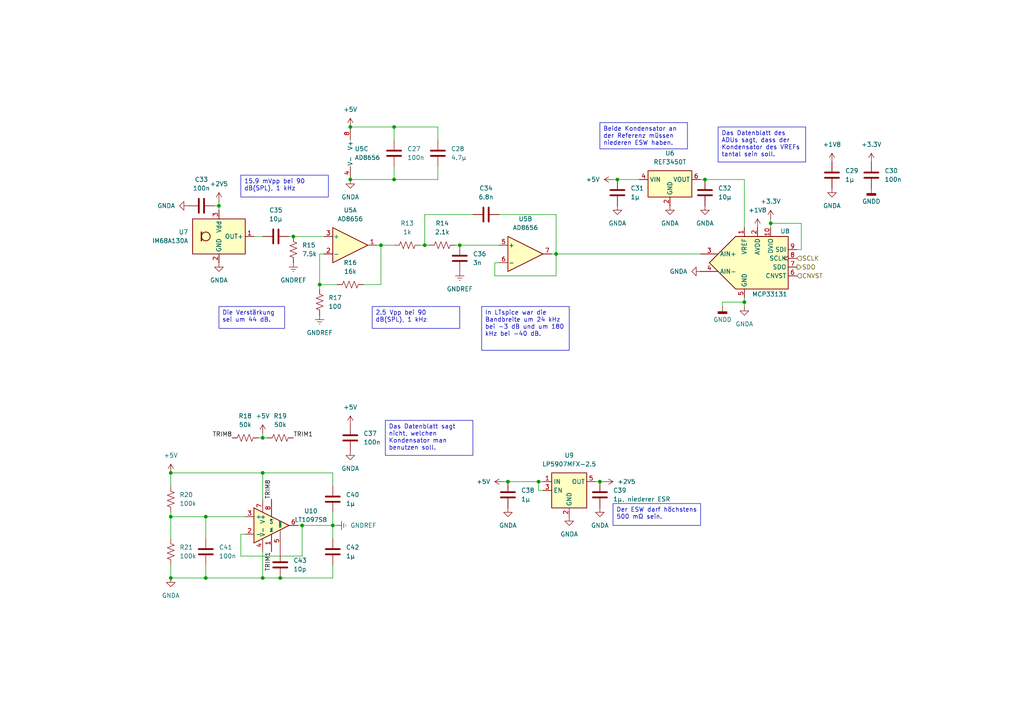
<source format=kicad_sch>
(kicad_sch (version 20231120) (generator "eeschema") (generator_version "8.0")
  (paper "A4")
  (lib_symbols
    (symbol "Amplifier_Operational:AD8656" (pin_names (offset 0.127))
      (property "Reference" "U" (at 0 5.08 0))
      (property "Value" "AD8656" (at 0 -5.08 0))
      (symbol "AD8656_1_1"
        (polyline (pts (xy -5.08 5.08) (xy 5.08 0) (xy -5.08 -5.08) (xy -5.08 5.08)) (stroke (width 0.254)) (fill (type background)))
        (pin output line (at 7.62 0 180) (length 2.54) (name "~") (number "1"))
        (pin input line (at -7.62 -2.54 0) (length 2.54) (name "-") (number "2"))
        (pin input line (at -7.62 2.54 0) (length 2.54) (name "+") (number "3"))
      )
      (symbol "AD8656_2_1"
        (polyline (pts (xy -5.08 5.08) (xy 5.08 0) (xy -5.08 -5.08) (xy -5.08 5.08)) (stroke (width 0.254)) (fill (type background)))
        (pin input line (at -7.62 2.54 0) (length 2.54) (name "+") (number "5"))
        (pin input line (at -7.62 -2.54 0) (length 2.54) (name "-") (number "6"))
        (pin output line (at 7.62 0 180) (length 2.54) (name "~") (number "7"))
      )
      (symbol "AD8656_3_1"
        (pin power_in line (at -2.54 -7.62 90) (length 3.81) (name "V-") (number "4"))
        (pin power_in line (at -2.54 7.62 270) (length 3.81) (name "V+") (number "8"))
      )
    )
    (symbol "Device:C" (pin_numbers hide) (pin_names (offset 0.254))
      (property "Reference" "C" (at 0.635 2.54 0))
      (property "Value" "C" (at 0.635 -2.54 0))
      (symbol "C_0_1"
        (polyline (pts (xy -2.032 -0.762) (xy 2.032 -0.762)) (stroke (width 0.508)))
        (polyline (pts (xy -2.032 0.762) (xy 2.032 0.762)) (stroke (width 0.508)))
      )
      (symbol "C_1_1"
        (pin passive line (at 0 3.81 270) (length 2.794) (name "~") (number "1"))
        (pin passive line (at 0 -3.81 90) (length 2.794) (name "~") (number "2"))
      )
    )
    (symbol "Device:R_US" (pin_numbers hide) (pin_names (offset 0))
      (property "Reference" "R" (at 2.54 0 90))
      (property "Value" "R_US" (at -2.54 0 90))
      (symbol "R_US_0_1"
        (polyline (pts (xy 0 -2.286) (xy 0 -2.54)))
        (polyline (pts (xy 0 2.286) (xy 0 2.54)))
        (polyline (pts (xy 0 -0.762) (xy 1.016 -1.143) (xy 0 -1.524) (xy -1.016 -1.905) (xy 0 -2.286)))
        (polyline (pts (xy 0 0.762) (xy 1.016 0.381) (xy 0 0) (xy -1.016 -0.381) (xy 0 -0.762)))
        (polyline (pts (xy 0 2.286) (xy 1.016 1.905) (xy 0 1.524) (xy -1.016 1.143) (xy 0 0.762)))
      )
      (symbol "R_US_1_1"
        (pin passive line (at 0 3.81 270) (length 1.27) (name "~") (number "1"))
        (pin passive line (at 0 -3.81 90) (length 1.27) (name "~") (number "2"))
      )
    )
    (symbol "Regulator_Linear:LP5907MFX-2.5"
      (property "Reference" "U" (at -3.81 6.35 0))
      (property "Value" "LP5907MFX-2.5" (at 6.35 6.35 0))
      (symbol "LP5907MFX-2.5_0_1"
        (rectangle (start -5.08 -5.08) (end 5.08 5.08) (stroke (width 0.254)) (fill (type background)))
        (pin power_in line (at -7.62 2.54 0) (length 2.54) (name "IN") (number "1"))
        (pin power_in line (at 0 -7.62 90) (length 2.54) (name "GND") (number "2"))
        (pin input line (at -7.62 0 0) (length 2.54) (name "EN") (number "3"))
        (pin no_connect line (at 5.08 0 180) (length 2.54) hide (name "NC") (number "4"))
        (pin power_out line (at 7.62 2.54 180) (length 2.54) (name "OUT") (number "5"))
      )
    )
    (symbol "maßsymbole:IM68A130A"
      (property "Reference" "U" (at 6.096 8.636 0))
      (property "Value" "IM68A130A" (at 6.096 6.35 0))
      (symbol "IM68A130A_1_1"
        (rectangle (start -7.62 5.08) (end 7.62 -5.08) (stroke (width 0.254)) (fill (type background)))
        (circle (center -3.81 0) (radius 1.27) (stroke (width 0.254)))
        (polyline (pts (xy -5.08 1.27) (xy -5.08 -1.27)) (stroke (width 0.381)))
        (pin output line (at 10.16 0 180) (length 2.54) (name "OUT+") (number "1"))
        (pin power_in line (at 0 -7.62 90) (length 2.54) (name "GND") (number "2"))
        (pin power_in line (at 0 7.62 270) (length 2.54) (name "Vdd") (number "3"))
        (pin passive line (at 0 -7.62 90) (length 2.54) hide (name "GND") (number "4"))
        (pin passive line (at 0 -7.62 90) (length 2.54) hide (name "GND") (number "4"))
      )
    )
    (symbol "maßsymbole:LT1097S8"
      (property "Reference" "U" (at 4.318 5.588 0))
      (property "Value" "LT1097S8" (at 5.08 3.81 0))
      (symbol "LT1097S8_0_1"
        (polyline (pts (xy -5.08 5.08) (xy 5.08 0) (xy -5.08 -5.08) (xy -5.08 5.08)) (stroke (width 0.254)) (fill (type background)))
      )
      (symbol "LT1097S8_1_1"
        (pin input line (at 0 -7.62 90) (length 5.08) (name "BAL") (number "1"))
        (pin input line (at -7.62 -2.54 0) (length 2.54) (name "-") (number "2"))
        (pin input line (at -7.62 2.54 0) (length 2.54) (name "+") (number "3"))
        (pin power_in line (at -2.54 -7.62 90) (length 3.81) (name "V-") (number "4"))
        (pin input line (at 2.54 -7.62 90) (length 6.35) (name "COMP") (number "5"))
        (pin output line (at 7.62 0 180) (length 2.54) (name "~") (number "6"))
        (pin power_in line (at -2.54 7.62 270) (length 3.81) (name "V+") (number "7"))
        (pin input line (at 0 7.62 270) (length 5.08) (name "C/B") (number "8"))
      )
    )
    (symbol "maßsymbole:MCP331"
      (property "Reference" "U5" (at 10.414 9.144 0))
      (property "Value" "MCP33131" (at 7.366 -9.144 0))
      (symbol "MCP331_0_0"
        (polyline (pts (xy -10.16 0) (xy -2.54 7.62) (xy 12.7 7.62) (xy 12.7 -7.62) (xy -2.54 -7.62) (xy -10.16 0)) (stroke (width 0.254)) (fill (type background)))
      )
      (symbol "MCP331_1_1"
        (pin power_in line (at 0 10.16 270) (length 2.54) (name "VREF") (number "1"))
        (pin power_in line (at 7.62 10.16 270) (length 2.54) (name "DVIO") (number "10"))
        (pin power_in line (at 3.81 10.16 270) (length 2.54) (name "AVDD") (number "2"))
        (pin input line (at -12.7 2.54 0) (length 5.08) (name "AIN+") (number "3"))
        (pin input line (at -12.7 -2.54 0) (length 5.08) (name "AIN-") (number "4"))
        (pin power_in line (at 0 -10.16 90) (length 2.54) (name "GND") (number "5"))
        (pin input line (at 15.24 -3.81 180) (length 2.54) (name "CNVST") (number "6"))
        (pin output line (at 15.24 -1.27 180) (length 2.54) (name "SDO") (number "7"))
        (pin input clock (at 15.24 1.27 180) (length 2.54) (name "SCLK") (number "8"))
        (pin input line (at 15.24 3.81 180) (length 2.54) (name "SDI") (number "9"))
      )
    )
    (symbol "maßsymbole:REF3450T"
      (property "Reference" "U" (at 0 5.842 0))
      (property "Value" "REF3450T" (at 0.254 3.81 0))
      (symbol "REF3450T_0_1"
        (rectangle (start -6.35 2.54) (end 6.35 -5.08) (stroke (width 0.254)) (fill (type background)))
      )
      (symbol "REF3450T_1_1"
        (pin input line (at 0 -7.62 90) (length 2.54) (name "GND") (number "2"))
        (pin power_in line (at -8.89 0 0) (length 2.54) (name "VIN") (number "4"))
        (pin output line (at 8.89 0 180) (length 2.54) (name "VOUT") (number "6"))
      )
    )
    (symbol "power:+1V8" (power) (pin_names (offset 0))
      (property "Value" "+1V8" (at 0 3.556 0))
      (symbol "+1V8_0_1"
        (polyline (pts (xy -0.762 1.27) (xy 0 2.54)))
        (polyline (pts (xy 0 0) (xy 0 2.54)))
        (polyline (pts (xy 0 2.54) (xy 0.762 1.27)))
      )
      (symbol "+1V8_1_1"
        (pin power_in line (at 0 0 90) (length 0) hide (name "+1V8") (number "1"))
      )
    )
    (symbol "power:+2V5" (power) (pin_numbers hide) (pin_names (offset 0) hide)
      (property "Value" "+2V5" (at 0 3.556 0))
      (symbol "+2V5_0_1"
        (polyline (pts (xy -0.762 1.27) (xy 0 2.54)))
        (polyline (pts (xy 0 0) (xy 0 2.54)))
        (polyline (pts (xy 0 2.54) (xy 0.762 1.27)))
      )
      (symbol "+2V5_1_1"
        (pin power_in line (at 0 0 90) (length 0) (name "~") (number "1"))
      )
    )
    (symbol "power:+3.3V" (power) (pin_names (offset 0))
      (property "Value" "+3.3V" (at 0 3.556 0))
      (symbol "+3.3V_0_1"
        (polyline (pts (xy -0.762 1.27) (xy 0 2.54)))
        (polyline (pts (xy 0 0) (xy 0 2.54)))
        (polyline (pts (xy 0 2.54) (xy 0.762 1.27)))
      )
      (symbol "+3.3V_1_1"
        (pin power_in line (at 0 0 90) (length 0) hide (name "+3.3V") (number "1"))
      )
    )
    (symbol "power:+5V" (power) (pin_names (offset 0))
      (property "Value" "+5V" (at 0 3.556 0))
      (symbol "+5V_0_1"
        (polyline (pts (xy -0.762 1.27) (xy 0 2.54)))
        (polyline (pts (xy 0 0) (xy 0 2.54)))
        (polyline (pts (xy 0 2.54) (xy 0.762 1.27)))
      )
      (symbol "+5V_1_1"
        (pin power_in line (at 0 0 90) (length 0) hide (name "+5V") (number "1"))
      )
    )
    (symbol "power:GNDA" (power) (pin_numbers hide) (pin_names (offset 0) hide)
      (property "Value" "GNDA" (at 0 -3.81 0))
      (symbol "GNDA_0_1"
        (polyline (pts (xy 0 0) (xy 0 -1.27) (xy 1.27 -1.27) (xy 0 -2.54) (xy -1.27 -1.27) (xy 0 -1.27)))
      )
      (symbol "GNDA_1_1"
        (pin power_in line (at 0 0 270) (length 0) (name "~") (number "1"))
      )
    )
    (symbol "power:GNDD" (power) (pin_numbers hide) (pin_names (offset 0) hide)
      (property "Value" "GNDD" (at 0 -3.175 0))
      (symbol "GNDD_0_1"
        (rectangle (start -1.27 -1.524) (end 1.27 -2.032) (stroke (width 0.254)) (fill (type outline)))
        (polyline (pts (xy 0 0) (xy 0 -1.524)))
      )
      (symbol "GNDD_1_1"
        (pin power_in line (at 0 0 270) (length 0) (name "~") (number "1"))
      )
    )
    (symbol "power:GNDREF" (power) (pin_numbers hide) (pin_names (offset 0) hide)
      (property "Value" "GNDREF" (at 0 -3.81 0))
      (symbol "GNDREF_0_1"
        (polyline (pts (xy -0.635 -1.905) (xy 0.635 -1.905)))
        (polyline (pts (xy -0.127 -2.54) (xy 0.127 -2.54)))
        (polyline (pts (xy 0 -1.27) (xy 0 0)))
        (polyline (pts (xy 1.27 -1.27) (xy -1.27 -1.27)))
      )
      (symbol "GNDREF_1_1"
        (pin power_in line (at 0 0 270) (length 0) (name "~") (number "1"))
      )
    )
  )
  (junction (at 133.35 71.12))
  (junction (at 63.5 59.69))
  (junction (at 49.53 167.64))
  (junction (at 114.3 36.83))
  (junction (at 173.99 139.7))
  (junction (at 92.71 82.55))
  (junction (at 114.3 52.07))
  (junction (at 161.29 73.66))
  (junction (at 49.53 149.86))
  (junction (at 110.49 71.12))
  (junction (at 76.2 167.64))
  (junction (at 59.69 167.64))
  (junction (at 156.21 139.7))
  (junction (at 49.53 137.16))
  (junction (at 204.47 52.07))
  (junction (at 179.07 52.07))
  (junction (at 101.6 52.07))
  (junction (at 85.09 68.58))
  (junction (at 215.9 87.63))
  (junction (at 223.52 64.77))
  (junction (at 101.6 36.83))
  (junction (at 87.63 152.4))
  (junction (at 123.19 71.12))
  (junction (at 96.52 152.4))
  (junction (at 76.2 127))
  (junction (at 81.28 167.64))
  (junction (at 147.32 139.7))
  (junction (at 59.69 149.86))
  (junction (at 76.2 137.16))
  (wire (pts (xy 161.29 80.01) (xy 161.29 73.66)))
  (wire (pts (xy 215.9 66.04) (xy 215.9 52.07)))
  (wire (pts (xy 123.19 62.23) (xy 137.16 62.23)))
  (wire (pts (xy 87.63 152.4) (xy 86.36 152.4)))
  (wire (pts (xy 76.2 137.16) (xy 76.2 144.78)))
  (wire (pts (xy 63.5 58.42) (xy 63.5 59.69)))
  (wire (pts (xy 215.9 52.07) (xy 204.47 52.07)))
  (wire (pts (xy 49.53 149.86) (xy 59.69 149.86)))
  (wire (pts (xy 76.2 167.64) (xy 81.28 167.64)))
  (wire (pts (xy 123.19 62.23) (xy 123.19 71.12)))
  (wire (pts (xy 59.69 149.86) (xy 59.69 156.21)))
  (wire (pts (xy 76.2 160.02) (xy 76.2 167.64)))
  (wire (pts (xy 127 48.26) (xy 127 52.07)))
  (wire (pts (xy 92.71 82.55) (xy 97.79 82.55)))
  (wire (pts (xy 223.52 63.5) (xy 223.52 64.77)))
  (wire (pts (xy 215.9 86.36) (xy 215.9 87.63)))
  (wire (pts (xy 92.71 73.66) (xy 93.98 73.66)))
  (wire (pts (xy 175.26 139.7) (xy 173.99 139.7)))
  (wire (pts (xy 92.71 82.55) (xy 92.71 73.66)))
  (wire (pts (xy 156.21 142.24) (xy 156.21 139.7)))
  (wire (pts (xy 143.51 76.2) (xy 143.51 80.01)))
  (wire (pts (xy 161.29 62.23) (xy 161.29 73.66)))
  (wire (pts (xy 62.23 59.69) (xy 63.5 59.69)))
  (wire (pts (xy 110.49 71.12) (xy 114.3 71.12)))
  (wire (pts (xy 144.78 62.23) (xy 161.29 62.23)))
  (wire (pts (xy 96.52 152.4) (xy 97.79 152.4)))
  (wire (pts (xy 59.69 163.83) (xy 59.69 167.64)))
  (wire (pts (xy 127 52.07) (xy 114.3 52.07)))
  (wire (pts (xy 69.85 154.94) (xy 69.85 161.29)))
  (wire (pts (xy 143.51 80.01) (xy 161.29 80.01)))
  (wire (pts (xy 127 36.83) (xy 114.3 36.83)))
  (wire (pts (xy 49.53 148.59) (xy 49.53 149.86)))
  (wire (pts (xy 160.02 73.66) (xy 161.29 73.66)))
  (wire (pts (xy 127 40.64) (xy 127 36.83)))
  (wire (pts (xy 87.63 161.29) (xy 87.63 152.4)))
  (wire (pts (xy 92.71 83.82) (xy 92.71 82.55)))
  (wire (pts (xy 76.2 137.16) (xy 96.52 137.16)))
  (wire (pts (xy 69.85 161.29) (xy 87.63 161.29)))
  (wire (pts (xy 76.2 127) (xy 74.93 127)))
  (wire (pts (xy 76.2 125.73) (xy 76.2 127)))
  (wire (pts (xy 215.9 87.63) (xy 215.9 88.9)))
  (wire (pts (xy 223.52 64.77) (xy 232.41 64.77)))
  (wire (pts (xy 161.29 73.66) (xy 203.2 73.66)))
  (wire (pts (xy 177.8 52.07) (xy 179.07 52.07)))
  (wire (pts (xy 49.53 137.16) (xy 49.53 140.97)))
  (wire (pts (xy 209.55 88.9) (xy 209.55 87.63)))
  (wire (pts (xy 105.41 82.55) (xy 110.49 82.55)))
  (wire (pts (xy 147.32 139.7) (xy 156.21 139.7)))
  (wire (pts (xy 232.41 72.39) (xy 232.41 64.77)))
  (wire (pts (xy 203.2 52.07) (xy 204.47 52.07)))
  (wire (pts (xy 209.55 87.63) (xy 215.9 87.63)))
  (wire (pts (xy 83.82 68.58) (xy 85.09 68.58)))
  (wire (pts (xy 73.66 68.58) (xy 76.2 68.58)))
  (wire (pts (xy 156.21 139.7) (xy 157.48 139.7)))
  (wire (pts (xy 49.53 167.64) (xy 59.69 167.64)))
  (wire (pts (xy 71.12 154.94) (xy 69.85 154.94)))
  (wire (pts (xy 114.3 36.83) (xy 114.3 40.64)))
  (wire (pts (xy 96.52 163.83) (xy 96.52 167.64)))
  (wire (pts (xy 110.49 71.12) (xy 109.22 71.12)))
  (wire (pts (xy 87.63 152.4) (xy 96.52 152.4)))
  (wire (pts (xy 49.53 149.86) (xy 49.53 156.21)))
  (wire (pts (xy 81.28 167.64) (xy 96.52 167.64)))
  (wire (pts (xy 110.49 82.55) (xy 110.49 71.12)))
  (wire (pts (xy 179.07 52.07) (xy 185.42 52.07)))
  (wire (pts (xy 96.52 140.97) (xy 96.52 137.16)))
  (wire (pts (xy 157.48 142.24) (xy 156.21 142.24)))
  (wire (pts (xy 49.53 137.16) (xy 76.2 137.16)))
  (wire (pts (xy 96.52 148.59) (xy 96.52 152.4)))
  (wire (pts (xy 59.69 167.64) (xy 76.2 167.64)))
  (wire (pts (xy 59.69 149.86) (xy 71.12 149.86)))
  (wire (pts (xy 49.53 163.83) (xy 49.53 167.64)))
  (wire (pts (xy 63.5 60.96) (xy 63.5 59.69)))
  (wire (pts (xy 96.52 152.4) (xy 96.52 156.21)))
  (wire (pts (xy 223.52 64.77) (xy 223.52 66.04)))
  (wire (pts (xy 173.99 139.7) (xy 172.72 139.7)))
  (wire (pts (xy 114.3 52.07) (xy 114.3 48.26)))
  (wire (pts (xy 85.09 68.58) (xy 93.98 68.58)))
  (wire (pts (xy 133.35 71.12) (xy 144.78 71.12)))
  (wire (pts (xy 132.08 71.12) (xy 133.35 71.12)))
  (wire (pts (xy 101.6 36.83) (xy 114.3 36.83)))
  (wire (pts (xy 146.05 139.7) (xy 147.32 139.7)))
  (wire (pts (xy 144.78 76.2) (xy 143.51 76.2)))
  (wire (pts (xy 76.2 127) (xy 77.47 127)))
  (wire (pts (xy 121.92 71.12) (xy 123.19 71.12)))
  (wire (pts (xy 231.14 72.39) (xy 232.41 72.39)))
  (wire (pts (xy 101.6 52.07) (xy 114.3 52.07)))
  (wire (pts (xy 123.19 71.12) (xy 124.46 71.12)))
  (text_box "Das Datenblatt des ADUs sagt, dass der Kondensator des VREFs tantal sein soll." (at 208.28 36.83 0) (size 25.4 10.16) (effects (font (size 1.27 1.27)) (justify left top)))
  (text_box "15.9 mVpp bei 90 dB(SPL), 1 kHz" (at 69.85 50.8 0) (size 25.4 6.35) (effects (font (size 1.27 1.27)) (justify left top)))
  (text_box "Die Verstärkung sei um 44 dB." (at 63.5 88.9 0) (size 19.05 6.35) (effects (font (size 1.27 1.27)) (justify left top)))
  (text_box "In LTspice war die Bandbreite um 24 kHz bei -3 dB und um 180 kHz bei -40 dB." (at 139.7 88.9 0) (size 25.4 12.7) (effects (font (size 1.27 1.27)) (justify left top)))
  (text_box "Beide Kondensator an der Referenz müssen niederen ESW haben." (at 173.99 35.56 0) (size 25.4 7.62) (effects (font (size 1.27 1.27)) (justify left top)))
  (text_box "2.5 Vpp bei 90 dB(SPL), 1 kHz" (at 107.95 88.9 0) (size 25.4 6.35) (effects (font (size 1.27 1.27)) (justify left top)))
  (text_box "Der ESW darf höchstens 500 mΩ sein." (at 177.8 146.05 0) (size 25.4 6.35) (effects (font (size 1.27 1.27)) (justify left top)))
  (text_box "Das Datenblatt sagt nicht, welchen Kondensator man benutzen soll." (at 111.76 121.92 0) (size 25.4 10.16) (effects (font (size 1.27 1.27)) (justify left top)))
  (label "TRIM1" (at 85.09 127 0))
  (label "TRIM1" (at 78.74 160.02 270))
  (label "TRIM8" (at 67.31 127 180))
  (label "TRIM8" (at 78.74 144.78 90))
  (hierarchical_label "SDO" (shape output) (at 231.14 77.47 0))
  (hierarchical_label "SCLK" (shape input) (at 231.14 74.93 0))
  (hierarchical_label "CNVST" (shape input) (at 231.14 80.01 0))
  (symbol (lib_id "Device:C") (at 101.6 127 0) (unit 1)
    (property "Reference" "C37" (at 105.41 125.73 0) (effects (justify left)))
    (property "Value" "100n" (at 105.41 128.27 0) (effects (justify left)))
    (property "Footprint" "Capacitor_SMD:C_0603_1608Metric" (effects (hide yes)))
  )
  (symbol (lib_id "Device:R_US") (at 118.11 71.12 90) (unit 1)
    (property "Reference" "R13" (at 118.11 64.77 90))
    (property "Value" "1k" (at 118.11 67.31 90))
    (property "Footprint" "Resistor_SMD:R_0603_1608Metric" (effects (hide yes)))
    (property "Description" "Resistor, US symbol" (effects (hide yes)))
  )
  (symbol (lib_id "maßsymbole:LT1097S8") (at 78.74 152.4 0) (unit 1)
    (property "Reference" "U10" (at 90.17 148.209 0))
    (property "Value" "LT1097S8" (at 90.17 150.749 0))
    (property "Footprint" "Package_SO:SOIC-8_3.9x4.9mm_P1.27mm" (effects (hide yes)))
  )
  (symbol (lib_id "Device:C") (at 81.28 163.83 0) (unit 1)
    (property "Reference" "C43" (at 85.09 162.5599 0) (effects (justify left)))
    (property "Value" "10p" (at 85.09 165.0999 0) (effects (justify left)))
    (property "Footprint" "Capacitor_SMD:C_0603_1608Metric" (effects (hide yes)))
    (property "Description" "Unpolarized capacitor" (effects (hide yes)))
  )
  (symbol (lib_id "maßsymbole:MCP331") (at 215.9 76.2 0) (unit 1)
    (property "Reference" "U8" (at 226.314 67.056 0) (effects (justify left)))
    (property "Value" "MCP33131" (at 223.266 85.344 0))
    (property "Footprint" "Package_SO:MSOP-10_3x3mm_P0.5mm" (effects (hide yes)))
  )
  (symbol (lib_id "power:GNDA") (at 49.53 167.64 0) (unit 1)
    (property "Reference" "#PWR056" (effects (hide yes)))
    (property "Value" "GNDA" (at 49.53 172.72 0))
    (property "Description" "Power symbol creates a global label with name \"GNDA\" , analog ground" (effects (hide yes)))
  )
  (symbol (lib_id "power:GNDA") (at 203.2 78.74 270) (unit 1)
    (property "Reference" "#PWR047" (effects (hide yes)))
    (property "Value" "GNDA" (at 199.39 78.7399 90) (effects (justify right)))
    (property "Description" "Power symbol creates a global label with name \"GNDA\" , analog ground" (effects (hide yes)))
  )
  (symbol (lib_id "power:GNDA") (at 241.3 54.61 0) (unit 1)
    (property "Reference" "#PWR044" (effects (hide yes)))
    (property "Value" "GNDA" (at 241.3 59.69 0))
    (property "Description" "Power symbol creates a global label with name \"GNDA\" , analog ground" (effects (hide yes)))
  )
  (symbol (lib_id "power:GNDA") (at 54.61 59.69 270) (unit 1)
    (property "Reference" "#PWR066" (effects (hide yes)))
    (property "Value" "GNDA" (at 50.8 59.6899 90) (effects (justify right)))
    (property "Description" "Power symbol creates a global label with name \"GNDA\" , analog ground" (effects (hide yes)))
  )
  (symbol (lib_id "power:GNDA") (at 165.1 149.86 0) (unit 1)
    (property "Reference" "#PWR067" (effects (hide yes)))
    (property "Value" "GNDA" (at 165.1 154.94 0))
    (property "Description" "Power symbol creates a global label with name \"GNDA\" , analog ground" (effects (hide yes)))
  )
  (symbol (lib_id "power:GNDA") (at 147.32 147.32 0) (unit 1)
    (property "Reference" "#PWR072" (effects (hide yes)))
    (property "Value" "GNDA" (at 147.32 152.4 0))
    (property "Description" "Power symbol creates a global label with name \"GNDA\" , analog ground" (effects (hide yes)))
  )
  (symbol (lib_id "Device:C") (at 114.3 44.45 0) (unit 1)
    (property "Reference" "C27" (at 118.11 43.18 0) (effects (justify left)))
    (property "Value" "100n" (at 118.11 45.72 0) (effects (justify left)))
    (property "Footprint" "Capacitor_SMD:C_0603_1608Metric" (effects (hide yes)))
  )
  (symbol (lib_id "Device:R_US") (at 81.28 127 90) (unit 1)
    (property "Reference" "R19" (at 81.28 120.65 90))
    (property "Value" "50k" (at 81.28 123.19 90))
    (property "Footprint" "Resistor_SMD:R_0603_1608Metric" (effects (hide yes)))
    (property "Description" "Resistor, US symbol" (effects (hide yes)))
  )
  (symbol (lib_id "Device:C") (at 127 44.45 0) (unit 1)
    (property "Reference" "C28" (at 130.81 43.1799 0) (effects (justify left)))
    (property "Value" "4.7μ" (at 130.81 45.7199 0) (effects (justify left)))
    (property "Footprint" "Capacitor_SMD:C_1206_3216Metric" (effects (hide yes)))
    (property "Description" "Unpolarized capacitor" (effects (hide yes)))
  )
  (symbol (lib_id "power:GNDA") (at 179.07 59.69 0) (unit 1)
    (property "Reference" "#PWR051" (effects (hide yes)))
    (property "Value" "GNDA" (at 179.07 64.77 0))
    (property "Description" "Power symbol creates a global label with name \"GNDA\" , analog ground" (effects (hide yes)))
  )
  (symbol (lib_id "power:+5V") (at 101.6 123.19 0) (unit 1)
    (property "Reference" "#PWR059" (effects (hide yes)))
    (property "Value" "+5V" (at 101.6 118.11 0))
  )
  (symbol (lib_id "power:GNDA") (at 101.6 130.81 0) (unit 1)
    (property "Reference" "#PWR058" (effects (hide yes)))
    (property "Value" "GNDA" (at 101.6 135.89 0))
    (property "Description" "Power symbol creates a global label with name \"GNDA\" , analog ground" (effects (hide yes)))
  )
  (symbol (lib_id "power:+5V") (at 101.6 36.83 0) (unit 1)
    (property "Reference" "#PWR061" (effects (hide yes)))
    (property "Value" "+5V" (at 101.6 31.75 0))
  )
  (symbol (lib_id "Regulator_Linear:LP5907MFX-2.5") (at 165.1 142.24 0) (unit 1)
    (property "Reference" "U9" (at 165.1 132.08 0))
    (property "Value" "LP5907MFX-2.5" (at 165.1 134.62 0))
    (property "Footprint" "Package_TO_SOT_SMD:SOT-23-5" (effects (hide yes)))
    (property "Datasheet" "http://www.ti.com/lit/ds/symlink/lp5907.pdf" (effects (hide yes)))
    (property "Description" "250-mA Ultra-Low-Noise Low-IQ LDO, 2.5V, SOT-23" (effects (hide yes)))
  )
  (symbol (lib_id "power:GNDREF") (at 133.35 78.74 0) (unit 1)
    (property "Reference" "#PWR062" (effects (hide yes)))
    (property "Value" "GNDREF" (at 133.35 83.82 0))
    (property "Description" "Power symbol creates a global label with name \"GNDREF\" , reference supply ground" (effects (hide yes)))
  )
  (symbol (lib_id "maßsymbole:REF3450T") (at 194.31 52.07 0) (unit 1)
    (property "Reference" "U6" (at 194.31 44.45 0))
    (property "Value" "REF3450T" (at 194.31 46.99 0))
    (property "Footprint" "Package_TO_SOT_SMD:SOT-23-6" (effects (hide yes)))
  )
  (symbol (lib_id "power:GNDA") (at 173.99 147.32 0) (unit 1)
    (property "Reference" "#PWR071" (effects (hide yes)))
    (property "Value" "GNDA" (at 173.99 152.4 0))
    (property "Description" "Power symbol creates a global label with name \"GNDA\" , analog ground" (effects (hide yes)))
  )
  (symbol (lib_id "Amplifier_Operational:AD8656") (at 101.6 71.12 0) (unit 1)
    (property "Reference" "U5" (at 101.6 60.96 0))
    (property "Value" "AD8656" (at 101.6 63.5 0))
    (property "Footprint" "Package_SO:MSOP-8_3x3mm_P0.65mm" (effects (hide yes)))
    (property "Datasheet" "https://www.analog.com/media/en/technical-documentation/data-sheets/ad8655_8656.pdf" (effects (hide yes)))
    (property "Description" "Dual Low Noise, Precision CMOS Amplifier" (effects (hide yes)))
  )
  (symbol (lib_id "Device:C") (at 252.73 50.8 0) (unit 1)
    (property "Reference" "C30" (at 256.54 49.53 0) (effects (justify left)))
    (property "Value" "100n" (at 256.54 52.07 0) (effects (justify left)))
    (property "Footprint" "Capacitor_SMD:C_0603_1608Metric" (effects (hide yes)))
  )
  (symbol (lib_id "Device:C") (at 80.01 68.58 90) (unit 1)
    (property "Reference" "C35" (at 80.01 60.96 90))
    (property "Value" "10μ" (at 80.01 63.5 90))
    (property "Footprint" "Capacitor_SMD:C_0603_1608Metric" (effects (hide yes)))
  )
  (symbol (lib_id "power:GNDA") (at 63.5 76.2 0) (unit 1)
    (property "Reference" "#PWR065" (effects (hide yes)))
    (property "Value" "GNDA" (at 63.5 81.28 0))
    (property "Description" "Power symbol creates a global label with name \"GNDA\" , analog ground" (effects (hide yes)))
  )
  (symbol (lib_id "power:+2V5") (at 175.26 139.7 270) (unit 1)
    (property "Reference" "#PWR069" (effects (hide yes)))
    (property "Value" "+2V5" (at 179.07 139.6999 90) (effects (justify left)))
    (property "Description" "Power symbol creates a global label with name \"+2V5\"" (effects (hide yes)))
  )
  (symbol (lib_id "Device:C") (at 147.32 143.51 0) (unit 1)
    (property "Reference" "C38" (at 151.13 142.2399 0) (effects (justify left)))
    (property "Value" "1μ" (at 151.13 144.7799 0) (effects (justify left)))
    (property "Footprint" "Capacitor_SMD:C_1206_3216Metric" (effects (hide yes)))
    (property "Description" "Unpolarized capacitor" (effects (hide yes)))
  )
  (symbol (lib_id "Device:R_US") (at 49.53 160.02 0) (unit 1)
    (property "Reference" "R21" (at 52.07 158.7499 0) (effects (justify left)))
    (property "Value" "100k" (at 52.07 161.2899 0) (effects (justify left)))
    (property "Footprint" "Resistor_SMD:R_0603_1608Metric" (effects (hide yes)))
    (property "Description" "Resistor, US symbol" (effects (hide yes)))
  )
  (symbol (lib_id "Device:C") (at 204.47 55.88 0) (unit 1)
    (property "Reference" "C32" (at 208.28 54.6099 0) (effects (justify left)))
    (property "Value" "10μ" (at 208.28 57.1499 0) (effects (justify left)))
    (property "Footprint" "Capacitor_SMD:C_1206_3216Metric" (effects (hide yes)))
    (property "Description" "Unpolarized capacitor" (effects (hide yes)))
  )
  (symbol (lib_id "power:GNDA") (at 215.9 88.9 0) (unit 1)
    (property "Reference" "#PWR049" (effects (hide yes)))
    (property "Value" "GNDA" (at 215.9 93.98 0))
    (property "Description" "Power symbol creates a global label with name \"GNDA\" , analog ground" (effects (hide yes)))
  )
  (symbol (lib_id "Device:C") (at 133.35 74.93 180) (unit 1)
    (property "Reference" "C36" (at 137.16 73.6599 0) (effects (justify right)))
    (property "Value" "3n" (at 137.16 76.1999 0) (effects (justify right)))
    (property "Footprint" "Capacitor_SMD:C_0603_1608Metric" (effects (hide yes)))
  )
  (symbol (lib_id "power:GNDD") (at 252.73 54.61 0) (unit 1)
    (property "Reference" "#PWR041" (effects (hide yes)))
    (property "Value" "GNDD" (at 252.73 58.42 0))
    (property "Description" "Power symbol creates a global label with name \"GNDD\" , digital ground" (effects (hide yes)))
  )
  (symbol (lib_id "Device:C") (at 96.52 160.02 0) (unit 1)
    (property "Reference" "C42" (at 100.33 158.7499 0) (effects (justify left)))
    (property "Value" "1μ" (at 100.33 161.2899 0) (effects (justify left)))
    (property "Footprint" "Capacitor_SMD:C_0603_1608Metric" (effects (hide yes)))
    (property "Description" "Unpolarized capacitor" (effects (hide yes)))
  )
  (symbol (lib_id "power:GNDD") (at 209.55 88.9 0) (unit 1)
    (property "Reference" "#PWR050" (effects (hide yes)))
    (property "Value" "GNDD" (at 209.55 92.71 0))
    (property "Description" "Power symbol creates a global label with name \"GNDD\" , digital ground" (effects (hide yes)))
  )
  (symbol (lib_id "Device:C") (at 173.99 143.51 0) (unit 1)
    (property "Reference" "C39" (at 177.8 142.2399 0) (effects (justify left)))
    (property "Value" "1μ, niederer ESR" (at 177.8 144.7799 0) (effects (justify left)))
    (property "Footprint" "Capacitor_SMD:C_1206_3216Metric" (effects (hide yes)))
    (property "Description" "Unpolarized capacitor" (effects (hide yes)))
  )
  (symbol (lib_id "power:+5V") (at 76.2 125.73 0) (unit 1)
    (property "Reference" "#PWR057" (effects (hide yes)))
    (property "Value" "+5V" (at 76.2 120.65 0))
  )
  (symbol (lib_id "power:+5V") (at 49.53 137.16 0) (unit 1)
    (property "Reference" "#PWR054" (effects (hide yes)))
    (property "Value" "+5V" (at 49.53 132.08 0))
  )
  (symbol (lib_id "power:+2V5") (at 63.5 58.42 0) (unit 1)
    (property "Reference" "#PWR070" (effects (hide yes)))
    (property "Value" "+2V5" (at 63.5 53.34 0))
    (property "Description" "Power symbol creates a global label with name \"+2V5\"" (effects (hide yes)))
  )
  (symbol (lib_id "Device:C") (at 140.97 62.23 90) (unit 1)
    (property "Reference" "C34" (at 140.97 54.61 90))
    (property "Value" "6.8n" (at 140.97 57.15 90))
    (property "Footprint" "Capacitor_SMD:C_0603_1608Metric" (effects (hide yes)))
  )
  (symbol (lib_id "power:GNDREF") (at 97.79 152.4 90) (unit 1)
    (property "Reference" "#PWR055" (effects (hide yes)))
    (property "Value" "GNDREF" (at 101.6 152.3999 90) (effects (justify right)))
    (property "Description" "Power symbol creates a global label with name \"GNDREF\" , reference supply ground" (effects (hide yes)))
  )
  (symbol (lib_id "Device:R_US") (at 101.6 82.55 90) (unit 1)
    (property "Reference" "R16" (at 101.6 76.2 90))
    (property "Value" "16k" (at 101.6 78.74 90))
    (property "Footprint" "Resistor_SMD:R_0603_1608Metric" (effects (hide yes)))
    (property "Description" "Resistor, US symbol" (effects (hide yes)))
  )
  (symbol (lib_id "Device:R_US") (at 128.27 71.12 90) (unit 1)
    (property "Reference" "R14" (at 128.27 64.77 90))
    (property "Value" "2.1k" (at 128.27 67.31 90))
    (property "Footprint" "Resistor_SMD:R_0603_1608Metric" (effects (hide yes)))
    (property "Description" "Resistor, US symbol" (effects (hide yes)))
  )
  (symbol (lib_id "Device:C") (at 179.07 55.88 0) (unit 1)
    (property "Reference" "C31" (at 182.88 54.6099 0) (effects (justify left)))
    (property "Value" "1μ" (at 182.88 57.1499 0) (effects (justify left)))
    (property "Footprint" "Capacitor_SMD:C_1206_3216Metric" (effects (hide yes)))
    (property "Description" "Unpolarized capacitor" (effects (hide yes)))
  )
  (symbol (lib_id "power:+5V") (at 177.8 52.07 90) (unit 1)
    (property "Reference" "#PWR053" (effects (hide yes)))
    (property "Value" "+5V" (at 173.99 52.0699 90) (effects (justify left)))
  )
  (symbol (lib_id "Device:C") (at 241.3 50.8 0) (unit 1)
    (property "Reference" "C29" (at 245.11 49.53 0) (effects (justify left)))
    (property "Value" "1μ" (at 245.11 52.07 0) (effects (justify left)))
    (property "Footprint" "Capacitor_SMD:C_0603_1608Metric" (effects (hide yes)))
  )
  (symbol (lib_id "Amplifier_Operational:AD8656") (at 152.4 73.66 0) (unit 2)
    (property "Reference" "U5" (at 152.4 63.5 0))
    (property "Value" "AD8656" (at 152.4 66.04 0))
    (property "Footprint" "Package_SO:MSOP-8_3x3mm_P0.65mm" (effects (hide yes)))
    (property "Datasheet" "https://www.analog.com/media/en/technical-documentation/data-sheets/ad8655_8656.pdf" (effects (hide yes)))
    (property "Description" "Dual Low Noise, Precision CMOS Amplifier" (effects (hide yes)))
  )
  (symbol (lib_id "power:+1V8") (at 219.71 66.04 0) (unit 1)
    (property "Reference" "#PWR042" (effects (hide yes)))
    (property "Value" "+1V8" (at 219.71 60.96 0))
  )
  (symbol (lib_id "power:+5V") (at 146.05 139.7 90) (unit 1)
    (property "Reference" "#PWR068" (effects (hide yes)))
    (property "Value" "+5V" (at 142.24 139.6999 90) (effects (justify left)))
  )
  (symbol (lib_id "Device:C") (at 96.52 144.78 0) (unit 1)
    (property "Reference" "C40" (at 100.33 143.5099 0) (effects (justify left)))
    (property "Value" "1μ" (at 100.33 146.0499 0) (effects (justify left)))
    (property "Footprint" "Capacitor_SMD:C_0603_1608Metric" (effects (hide yes)))
    (property "Description" "Unpolarized capacitor" (effects (hide yes)))
  )
  (symbol (lib_id "power:GNDA") (at 194.31 59.69 0) (unit 1)
    (property "Reference" "#PWR048" (effects (hide yes)))
    (property "Value" "GNDA" (at 194.31 64.77 0))
    (property "Description" "Power symbol creates a global label with name \"GNDA\" , analog ground" (effects (hide yes)))
  )
  (symbol (lib_id "Device:R_US") (at 92.71 87.63 180) (unit 1)
    (property "Reference" "R17" (at 95.25 86.3599 0) (effects (justify right)))
    (property "Value" "100" (at 95.25 88.8999 0) (effects (justify right)))
    (property "Footprint" "Resistor_SMD:R_0603_1608Metric" (effects (hide yes)))
    (property "Description" "Resistor, US symbol" (effects (hide yes)))
  )
  (symbol (lib_id "Device:C") (at 58.42 59.69 90) (unit 1)
    (property "Reference" "C33" (at 58.42 52.07 90))
    (property "Value" "100n" (at 58.42 54.61 90))
    (property "Footprint" "Capacitor_SMD:C_0603_1608Metric" (effects (hide yes)))
  )
  (symbol (lib_id "power:GNDREF") (at 92.71 91.44 0) (unit 1)
    (property "Reference" "#PWR063" (effects (hide yes)))
    (property "Value" "GNDREF" (at 92.71 96.52 0))
    (property "Description" "Power symbol creates a global label with name \"GNDREF\" , reference supply ground" (effects (hide yes)))
  )
  (symbol (lib_id "Amplifier_Operational:AD8656") (at 104.14 44.45 0) (unit 3)
    (property "Reference" "U5" (at 102.87 43.1799 0) (effects (justify left)))
    (property "Value" "AD8656" (at 102.87 45.7199 0) (effects (justify left)))
    (property "Footprint" "Package_SO:MSOP-8_3x3mm_P0.65mm" (effects (hide yes)))
    (property "Datasheet" "https://www.analog.com/media/en/technical-documentation/data-sheets/ad8655_8656.pdf" (effects (hide yes)))
    (property "Description" "Dual Low Noise, Precision CMOS Amplifier" (effects (hide yes)))
  )
  (symbol (lib_id "power:+3.3V") (at 252.73 46.99 0) (unit 1)
    (property "Reference" "#PWR045" (effects (hide yes)))
    (property "Value" "+3.3V" (at 252.73 41.91 0))
  )
  (symbol (lib_id "power:GNDREF") (at 85.09 76.2 0) (unit 1)
    (property "Reference" "#PWR064" (effects (hide yes)))
    (property "Value" "GNDREF" (at 85.09 81.28 0))
    (property "Description" "Power symbol creates a global label with name \"GNDREF\" , reference supply ground" (effects (hide yes)))
  )
  (symbol (lib_id "Device:C") (at 59.69 160.02 0) (unit 1)
    (property "Reference" "C41" (at 63.5 158.7499 0) (effects (justify left)))
    (property "Value" "100n" (at 63.5 161.2899 0) (effects (justify left)))
    (property "Footprint" "Capacitor_SMD:C_0603_1608Metric" (effects (hide yes)))
    (property "Description" "Unpolarized capacitor" (effects (hide yes)))
  )
  (symbol (lib_id "Device:R_US") (at 85.09 72.39 180) (unit 1)
    (property "Reference" "R15" (at 87.63 71.1199 0) (effects (justify right)))
    (property "Value" "7.5k" (at 87.63 73.6599 0) (effects (justify right)))
    (property "Footprint" "Resistor_SMD:R_0603_1608Metric" (effects (hide yes)))
    (property "Description" "Resistor, US symbol" (effects (hide yes)))
  )
  (symbol (lib_id "maßsymbole:IM68A130A") (at 63.5 68.58 0) (unit 1)
    (property "Reference" "U7" (at 54.61 67.3099 0) (effects (justify right)))
    (property "Value" "IM68A130A" (at 54.61 69.8499 0) (effects (justify right)))
    (property "Footprint" "maßstandflächen:IM68A130A_hand" (effects (hide yes)))
  )
  (symbol (lib_id "Device:R_US") (at 49.53 144.78 0) (unit 1)
    (property "Reference" "R20" (at 52.07 143.5099 0) (effects (justify left)))
    (property "Value" "100k" (at 52.07 146.0499 0) (effects (justify left)))
    (property "Footprint" "Resistor_SMD:R_0603_1608Metric" (effects (hide yes)))
    (property "Description" "Resistor, US symbol" (effects (hide yes)))
  )
  (symbol (lib_id "power:GNDA") (at 101.6 52.07 0) (unit 1)
    (property "Reference" "#PWR060" (effects (hide yes)))
    (property "Value" "GNDA" (at 101.6 57.15 0))
    (property "Description" "Power symbol creates a global label with name \"GNDA\" , analog ground" (effects (hide yes)))
  )
  (symbol (lib_id "Device:R_US") (at 71.12 127 90) (unit 1)
    (property "Reference" "R18" (at 71.12 120.65 90))
    (property "Value" "50k" (at 71.12 123.19 90))
    (property "Footprint" "Resistor_SMD:R_0603_1608Metric" (effects (hide yes)))
    (property "Description" "Resistor, US symbol" (effects (hide yes)))
  )
  (symbol (lib_id "power:GNDA") (at 204.47 59.69 0) (unit 1)
    (property "Reference" "#PWR052" (effects (hide yes)))
    (property "Value" "GNDA" (at 204.47 64.77 0))
    (property "Description" "Power symbol creates a global label with name \"GNDA\" , analog ground" (effects (hide yes)))
  )
  (symbol (lib_id "power:+3.3V") (at 223.52 63.5 0) (unit 1)
    (property "Reference" "#PWR043" (effects (hide yes)))
    (property "Value" "+3.3V" (at 223.52 58.42 0))
  )
  (symbol (lib_id "power:+1V8") (at 241.3 46.99 0) (unit 1)
    (property "Reference" "#PWR046" (effects (hide yes)))
    (property "Value" "+1V8" (at 241.3 41.91 0))
  )
)
</source>
